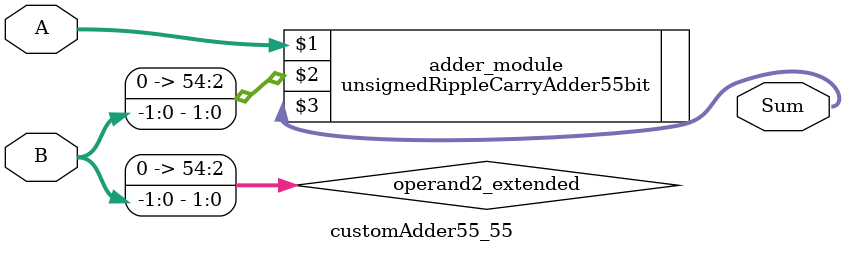
<source format=v>
module customAdder55_55(
                        input [54 : 0] A,
                        input [-1 : 0] B,
                        
                        output [55 : 0] Sum
                );

        wire [54 : 0] operand2_extended;
        
        assign operand2_extended =  {55'b0, B};
        
        unsignedRippleCarryAdder55bit adder_module(
            A,
            operand2_extended,
            Sum
        );
        
        endmodule
        
</source>
